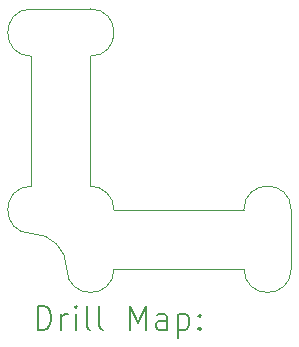
<source format=gbr>
%FSLAX45Y45*%
G04 Gerber Fmt 4.5, Leading zero omitted, Abs format (unit mm)*
G04 Created by KiCad (PCBNEW 6.0.1-79c1e3a40b~116~ubuntu20.04.1) date 2022-01-28 23:27:13*
%MOMM*%
%LPD*%
G01*
G04 APERTURE LIST*
%TA.AperFunction,Profile*%
%ADD10C,0.100000*%
%TD*%
%ADD11C,0.200000*%
G04 APERTURE END LIST*
D10*
X13500000Y-9800000D02*
G75*
G03*
X13500000Y-10200000I0J-200000D01*
G01*
X14200000Y-10000000D02*
X15300000Y-10000000D01*
X13800000Y-10500000D02*
G75*
G03*
X14200000Y-10500000I200000J0D01*
G01*
X14200000Y-10500000D02*
X15300000Y-10500000D01*
X15700000Y-10000000D02*
G75*
G03*
X15300000Y-10000000I-200000J0D01*
G01*
X14200000Y-10000000D02*
G75*
G03*
X14000000Y-9800000I-200000J0D01*
G01*
X13500000Y-8300000D02*
G75*
G03*
X13500000Y-8700000I0J-200000D01*
G01*
X15700000Y-10000000D02*
X15700000Y-10500000D01*
X13800000Y-10500000D02*
G75*
G03*
X13500000Y-10200000I-300000J0D01*
G01*
X13500000Y-8300000D02*
X14000000Y-8300000D01*
X13500000Y-8700000D02*
X13500000Y-9800000D01*
X15300000Y-10500000D02*
G75*
G03*
X15700000Y-10500000I200000J0D01*
G01*
X14000000Y-8700000D02*
X14000000Y-9800000D01*
X14000000Y-8700000D02*
G75*
G03*
X14000000Y-8300000I0J200000D01*
G01*
D11*
X13552619Y-11015476D02*
X13552619Y-10815476D01*
X13600238Y-10815476D01*
X13628809Y-10825000D01*
X13647857Y-10844048D01*
X13657381Y-10863095D01*
X13666905Y-10901190D01*
X13666905Y-10929762D01*
X13657381Y-10967857D01*
X13647857Y-10986905D01*
X13628809Y-11005952D01*
X13600238Y-11015476D01*
X13552619Y-11015476D01*
X13752619Y-11015476D02*
X13752619Y-10882143D01*
X13752619Y-10920238D02*
X13762143Y-10901190D01*
X13771667Y-10891667D01*
X13790714Y-10882143D01*
X13809762Y-10882143D01*
X13876428Y-11015476D02*
X13876428Y-10882143D01*
X13876428Y-10815476D02*
X13866905Y-10825000D01*
X13876428Y-10834524D01*
X13885952Y-10825000D01*
X13876428Y-10815476D01*
X13876428Y-10834524D01*
X14000238Y-11015476D02*
X13981190Y-11005952D01*
X13971667Y-10986905D01*
X13971667Y-10815476D01*
X14105000Y-11015476D02*
X14085952Y-11005952D01*
X14076428Y-10986905D01*
X14076428Y-10815476D01*
X14333571Y-11015476D02*
X14333571Y-10815476D01*
X14400238Y-10958333D01*
X14466905Y-10815476D01*
X14466905Y-11015476D01*
X14647857Y-11015476D02*
X14647857Y-10910714D01*
X14638333Y-10891667D01*
X14619286Y-10882143D01*
X14581190Y-10882143D01*
X14562143Y-10891667D01*
X14647857Y-11005952D02*
X14628809Y-11015476D01*
X14581190Y-11015476D01*
X14562143Y-11005952D01*
X14552619Y-10986905D01*
X14552619Y-10967857D01*
X14562143Y-10948810D01*
X14581190Y-10939286D01*
X14628809Y-10939286D01*
X14647857Y-10929762D01*
X14743095Y-10882143D02*
X14743095Y-11082143D01*
X14743095Y-10891667D02*
X14762143Y-10882143D01*
X14800238Y-10882143D01*
X14819286Y-10891667D01*
X14828809Y-10901190D01*
X14838333Y-10920238D01*
X14838333Y-10977381D01*
X14828809Y-10996429D01*
X14819286Y-11005952D01*
X14800238Y-11015476D01*
X14762143Y-11015476D01*
X14743095Y-11005952D01*
X14924048Y-10996429D02*
X14933571Y-11005952D01*
X14924048Y-11015476D01*
X14914524Y-11005952D01*
X14924048Y-10996429D01*
X14924048Y-11015476D01*
X14924048Y-10891667D02*
X14933571Y-10901190D01*
X14924048Y-10910714D01*
X14914524Y-10901190D01*
X14924048Y-10891667D01*
X14924048Y-10910714D01*
M02*

</source>
